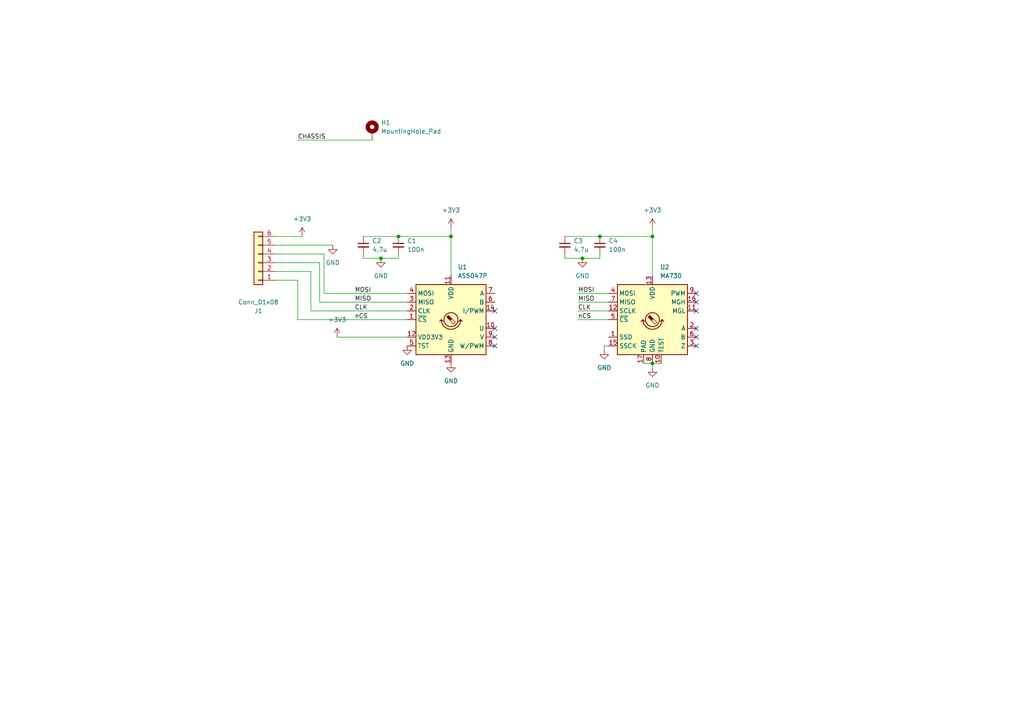
<source format=kicad_sch>
(kicad_sch (version 20230121) (generator eeschema)
  (paper "A4")
  (lib_symbols
    (symbol "Connector_Generic:Conn_01x06" (pin_names (offset 1.016) hide)
      (property "Reference" "J" (at 0 7.62 0))
      (property "Value" "Conn_01x06" (at 0 -10.16 0))
      (symbol "Conn_01x06_1_1"
        (rectangle (start -1.27 -7.493) (end 0 -7.747) (stroke (width 0.1524)))
        (rectangle (start -1.27 -4.953) (end 0 -5.207) (stroke (width 0.1524)))
        (rectangle (start -1.27 -2.413) (end 0 -2.667) (stroke (width 0.1524)))
        (rectangle (start -1.27 0.127) (end 0 -0.127) (stroke (width 0.1524)))
        (rectangle (start -1.27 2.667) (end 0 2.413) (stroke (width 0.1524)))
        (rectangle (start -1.27 5.207) (end 0 4.953) (stroke (width 0.1524)))
        (rectangle (start -1.27 6.35) (end 1.27 -8.89) (stroke (width 0.254)) (fill (type background)))
        (pin passive line (at -5.08 5.08 0) (length 3.81) (name "Pin_1") (number "1"))
        (pin passive line (at -5.08 2.54 0) (length 3.81) (name "Pin_2") (number "2"))
        (pin passive line (at -5.08 0 0) (length 3.81) (name "Pin_3") (number "3"))
        (pin passive line (at -5.08 -2.54 0) (length 3.81) (name "Pin_4") (number "4"))
        (pin passive line (at -5.08 -5.08 0) (length 3.81) (name "Pin_5") (number "5"))
        (pin passive line (at -5.08 -7.62 0) (length 3.81) (name "Pin_6") (number "6"))
      )
    )
    (symbol "Device:C_Small" (pin_numbers hide) (pin_names (offset 0.254) hide)
      (property "Reference" "C" (at 0.254 1.778 0))
      (property "Value" "C_Small" (at 0.254 -2.032 0))
      (symbol "C_Small_0_1"
        (polyline (pts (xy -1.524 -0.508) (xy 1.524 -0.508)) (stroke (width 0.3302)))
        (polyline (pts (xy -1.524 0.508) (xy 1.524 0.508)) (stroke (width 0.3048)))
      )
      (symbol "C_Small_1_1"
        (pin passive line (at 0 2.54 270) (length 2.032) (name "~") (number "1"))
        (pin passive line (at 0 -2.54 90) (length 2.032) (name "~") (number "2"))
      )
    )
    (symbol "Mechanical:MountingHole_Pad" (pin_numbers hide) (pin_names (offset 1.016) hide)
      (property "Reference" "H" (at 0 6.35 0))
      (property "Value" "MountingHole_Pad" (at 0 4.445 0))
      (symbol "MountingHole_Pad_0_1"
        (circle (center 0 1.27) (radius 1.27) (stroke (width 1.27)))
      )
      (symbol "MountingHole_Pad_1_1"
        (pin input line (at 0 -2.54 90) (length 2.54) (name "1") (number "1"))
      )
    )
    (symbol "Sensor_Magnetic:AS5047D"
      (property "Reference" "U" (at -8.89 11.43 0))
      (property "Value" "AS5047D" (at 5.08 11.43 0))
      (symbol "AS5047D_1_1"
        (rectangle (start -10.16 10.16) (end 10.16 -10.16) (stroke (width 0.254)) (fill (type background)))
        (arc (start -2.794 0) (mid 0 -2.7819) (end 2.794 0) (stroke (width 0.254)))
        (polyline (pts (xy -2.794 0) (xy -3.302 -0.508)) (stroke (width 0.254)))
        (polyline (pts (xy -2.794 0) (xy -2.286 -0.508)) (stroke (width 0.254)))
        (polyline (pts (xy 2.794 0) (xy 2.286 -0.508)) (stroke (width 0.254)))
        (polyline (pts (xy 2.794 0) (xy 3.302 -0.508)) (stroke (width 0.254)))
        (polyline (pts (xy 0.254 0.254) (xy 1.27 -0.762) (xy 0.762 -1.27) (xy -0.254 -0.254)))
        (polyline (pts (xy -0.762 1.27) (xy 0.254 0.254) (xy -0.254 -0.254) (xy -1.27 0.762) (xy -1.016 1.016) (xy -0.762 1.27) (xy -0.635 1.143)) (fill (type outline)))
        (circle (center 0 0) (radius 2.032) (stroke (width 0.254)))
        (pin input line (at -12.7 0 0) (length 2.54) (name "~{CS}") (number "1"))
        (pin output line (at 12.7 -2.54 180) (length 2.54) (name "U") (number "10"))
        (pin power_in line (at 0 12.7 270) (length 2.54) (name "VDD") (number "11"))
        (pin power_out line (at -12.7 -5.08 0) (length 2.54) (name "VDD3V3") (number "12"))
        (pin power_in line (at 0 -12.7 90) (length 2.54) (name "GND") (number "13"))
        (pin output line (at 12.7 2.54 180) (length 2.54) (name "I/PWM") (number "14"))
        (pin input line (at -12.7 2.54 0) (length 2.54) (name "CLK") (number "2"))
        (pin output line (at -12.7 5.08 0) (length 2.54) (name "MISO") (number "3"))
        (pin input line (at -12.7 7.62 0) (length 2.54) (name "MOSI") (number "4"))
        (pin input line (at -12.7 -7.62 0) (length 2.54) (name "TST") (number "5"))
        (pin output line (at 12.7 5.08 180) (length 2.54) (name "B") (number "6"))
        (pin output line (at 12.7 7.62 180) (length 2.54) (name "A") (number "7"))
        (pin output line (at 12.7 -7.62 180) (length 2.54) (name "W/PWM") (number "8"))
        (pin output line (at 12.7 -5.08 180) (length 2.54) (name "V") (number "9"))
      )
    )
    (symbol "Sensor_Magnetic:MA730"
      (property "Reference" "U" (at -10.16 11.43 0))
      (property "Value" "MA730" (at 10.16 11.43 0))
      (symbol "MA730_0_1"
        (rectangle (start -10.16 10.16) (end 10.16 -10.16) (stroke (width 0.254)) (fill (type background)))
        (arc (start -2.794 0) (mid 0 -2.7819) (end 2.794 0) (stroke (width 0.254)))
        (polyline (pts (xy -2.794 0) (xy -3.302 -0.508)) (stroke (width 0.254)))
        (polyline (pts (xy -2.794 0) (xy -2.286 -0.508)) (stroke (width 0.254)))
        (polyline (pts (xy 2.794 0) (xy 2.286 -0.508)) (stroke (width 0.254)))
        (polyline (pts (xy 2.794 0) (xy 3.302 -0.508)) (stroke (width 0.254)))
      )
      (symbol "MA730_1_1"
        (polyline (pts (xy 0.254 0.254) (xy 1.27 -0.762) (xy 0.762 -1.27) (xy -0.254 -0.254)))
        (polyline (pts (xy -0.762 1.27) (xy 0.254 0.254) (xy -0.254 -0.254) (xy -1.27 0.762) (xy -1.016 1.016) (xy -0.762 1.27) (xy -0.635 1.143)) (fill (type outline)))
        (circle (center 0 0) (radius 2.032) (stroke (width 0.254)))
        (pin output line (at -12.7 -5.08 0) (length 2.54) (name "SSD") (number "1"))
        (pin passive line (at 2.54 -12.7 90) (length 2.54) (name "TEST") (number "10"))
        (pin output line (at 12.7 2.54 180) (length 2.54) (name "MGL") (number "11"))
        (pin input line (at -12.7 2.54 0) (length 2.54) (name "SCLK") (number "12"))
        (pin power_in line (at 0 12.7 270) (length 2.54) (name "VDD") (number "13"))
        (pin no_connect line (at 5.08 -10.16 90) (length 2.54) hide (name "NC") (number "14"))
        (pin input line (at -12.7 -7.62 0) (length 2.54) (name "SSCK") (number "15"))
        (pin output line (at 12.7 5.08 180) (length 2.54) (name "MGH") (number "16"))
        (pin input line (at -2.54 -12.7 90) (length 2.54) (name "PAD") (number "17"))
        (pin output line (at 12.7 -2.54 180) (length 2.54) (name "A") (number "2"))
        (pin output line (at 12.7 -7.62 180) (length 2.54) (name "Z") (number "3"))
        (pin input line (at -12.7 7.62 0) (length 2.54) (name "MOSI") (number "4"))
        (pin input line (at -12.7 0 0) (length 2.54) (name "~{CS}") (number "5"))
        (pin output line (at 12.7 -5.08 180) (length 2.54) (name "B") (number "6"))
        (pin output line (at -12.7 5.08 0) (length 2.54) (name "MISO") (number "7"))
        (pin power_in line (at 0 -12.7 90) (length 2.54) (name "GND") (number "8"))
        (pin output line (at 12.7 7.62 180) (length 2.54) (name "PWM") (number "9"))
      )
    )
    (symbol "power:+3V3" (power) (pin_names (offset 0))
      (property "Value" "+3V3" (at 0 3.556 0))
      (symbol "+3V3_0_1"
        (polyline (pts (xy -0.762 1.27) (xy 0 2.54)))
        (polyline (pts (xy 0 0) (xy 0 2.54)))
        (polyline (pts (xy 0 2.54) (xy 0.762 1.27)))
      )
      (symbol "+3V3_1_1"
        (pin power_in line (at 0 0 90) (length 0) hide (name "+3V3") (number "1"))
      )
    )
    (symbol "power:GND" (power) (pin_names (offset 0))
      (property "Value" "GND" (at 0 -3.81 0))
      (symbol "GND_0_1"
        (polyline (pts (xy 0 0) (xy 0 -1.27) (xy 1.27 -1.27) (xy 0 -2.54) (xy -1.27 -1.27) (xy 0 -1.27)))
      )
      (symbol "GND_1_1"
        (pin power_in line (at 0 0 270) (length 0) hide (name "GND") (number "1"))
      )
    )
  )
  (junction (at 115.57 68.58))
  (junction (at 168.91 74.93))
  (junction (at 189.23 68.58))
  (junction (at 130.81 68.58))
  (junction (at 189.23 105.41))
  (junction (at 110.49 74.93))
  (junction (at 173.99 68.58))
  (no_connect (at 143.51 90.17))
  (no_connect (at 201.93 90.17))
  (no_connect (at 201.93 100.33))
  (no_connect (at 201.93 97.79))
  (no_connect (at 201.93 95.25))
  (no_connect (at 201.93 87.63))
  (no_connect (at 201.93 85.09))
  (no_connect (at 143.51 97.79))
  (no_connect (at 143.51 100.33))
  (no_connect (at 143.51 95.25))
  (wire (pts (xy 163.83 68.58) (xy 173.99 68.58)))
  (wire (pts (xy 130.81 68.58) (xy 130.81 80.01)))
  (wire (pts (xy 80.01 71.12) (xy 96.52 71.12)))
  (wire (pts (xy 90.17 78.74) (xy 80.01 78.74)))
  (wire (pts (xy 175.26 100.33) (xy 176.53 100.33)))
  (wire (pts (xy 92.71 76.2) (xy 80.01 76.2)))
  (wire (pts (xy 186.69 105.41) (xy 189.23 105.41)))
  (wire (pts (xy 105.41 74.93) (xy 110.49 74.93)))
  (wire (pts (xy 173.99 68.58) (xy 189.23 68.58)))
  (wire (pts (xy 86.36 81.28) (xy 80.01 81.28)))
  (wire (pts (xy 163.83 74.93) (xy 168.91 74.93)))
  (wire (pts (xy 115.57 74.93) (xy 115.57 73.66)))
  (wire (pts (xy 118.11 92.71) (xy 86.36 92.71)))
  (wire (pts (xy 167.64 92.71) (xy 176.53 92.71)))
  (wire (pts (xy 118.11 87.63) (xy 92.71 87.63)))
  (wire (pts (xy 80.01 73.66) (xy 93.98 73.66)))
  (wire (pts (xy 167.64 87.63) (xy 176.53 87.63)))
  (wire (pts (xy 167.64 90.17) (xy 176.53 90.17)))
  (wire (pts (xy 189.23 105.41) (xy 191.77 105.41)))
  (wire (pts (xy 93.98 85.09) (xy 118.11 85.09)))
  (wire (pts (xy 86.36 92.71) (xy 86.36 81.28)))
  (wire (pts (xy 93.98 73.66) (xy 93.98 85.09)))
  (wire (pts (xy 130.81 66.04) (xy 130.81 68.58)))
  (wire (pts (xy 118.11 90.17) (xy 90.17 90.17)))
  (wire (pts (xy 167.64 85.09) (xy 176.53 85.09)))
  (wire (pts (xy 168.91 74.93) (xy 173.99 74.93)))
  (wire (pts (xy 189.23 66.04) (xy 189.23 68.58)))
  (wire (pts (xy 86.36 40.64) (xy 107.95 40.64)))
  (wire (pts (xy 97.79 97.79) (xy 118.11 97.79)))
  (wire (pts (xy 105.41 68.58) (xy 115.57 68.58)))
  (wire (pts (xy 189.23 68.58) (xy 189.23 80.01)))
  (wire (pts (xy 163.83 73.66) (xy 163.83 74.93)))
  (wire (pts (xy 80.01 68.58) (xy 87.63 68.58)))
  (wire (pts (xy 110.49 74.93) (xy 115.57 74.93)))
  (wire (pts (xy 90.17 90.17) (xy 90.17 78.74)))
  (wire (pts (xy 115.57 68.58) (xy 130.81 68.58)))
  (wire (pts (xy 189.23 105.41) (xy 189.23 106.68)))
  (wire (pts (xy 175.26 101.6) (xy 175.26 100.33)))
  (wire (pts (xy 105.41 73.66) (xy 105.41 74.93)))
  (wire (pts (xy 92.71 87.63) (xy 92.71 76.2)))
  (wire (pts (xy 173.99 74.93) (xy 173.99 73.66)))
  (label "CHASSIS" (at 86.36 40.64 0))
  (label "nCS" (at 167.64 92.71 0))
  (label "CLK" (at 102.87 90.17 0))
  (label "CLK" (at 167.64 90.17 0))
  (label "MISO" (at 167.64 87.63 0))
  (label "nCS" (at 102.87 92.71 0))
  (label "MOSI" (at 167.64 85.09 0))
  (label "MOSI" (at 102.87 85.09 0))
  (label "MISO" (at 102.87 87.63 0))
  (symbol (lib_id "Device:C_Small") (at 173.99 71.12 0) (unit 1)
    (property "Reference" "C4" (at 176.53 69.8563 0) (effects (justify left)))
    (property "Value" "100n" (at 176.53 72.3963 0) (effects (justify left)))
    (property "Footprint" "Capacitor_SMD:C_0603_1608Metric" (effects hide))
  )
  (symbol (lib_id "power:GND") (at 168.91 74.93 0) (unit 1)
    (property "Reference" "#PWR03" (effects hide))
    (property "Value" "GND" (at 168.91 80.01 0))
  )
  (symbol (lib_id "power:GND") (at 189.23 106.68 0) (unit 1)
    (property "Reference" "#PWR010" (effects hide))
    (property "Value" "GND" (at 189.23 111.76 0))
  )
  (symbol (lib_id "power:+3V3") (at 97.79 97.79 0) (unit 1)
    (property "Reference" "#PWR05" (effects hide))
    (property "Value" "+3V3" (at 97.79 92.71 0))
  )
  (symbol (lib_id "Connector_Generic:Conn_01x06") (at 74.93 76.2 180) (unit 1)
    (property "Reference" "J1" (at 74.93 90.17 0))
    (property "Value" "Conn_01x08" (at 74.93 87.63 0))
    (property "Footprint" "Connector_PinHeader_2.54mm:PinHeader_1x06_P2.54mm_Horizontal" (effects hide))
  )
  (symbol (lib_id "Sensor_Magnetic:MA730") (at 189.23 92.71 0) (unit 1)
    (property "Reference" "U2" (at 191.4241 77.47 0) (effects (justify left)))
    (property "Value" "MA730" (at 191.4241 80.01 0) (effects (justify left)))
    (property "Footprint" "Package_DFN_QFN:QFN-16-1EP_3x3mm_P0.5mm_EP1.75x1.75mm" (effects hide))
    (property "Datasheet" "https://www.monolithicpower.com/pub/media/document/m/a/ma730_r1.01.pdf" (effects hide))
  )
  (symbol (lib_id "power:GND") (at 175.26 101.6 0) (unit 1)
    (property "Reference" "#PWR09" (effects hide))
    (property "Value" "GND" (at 175.26 106.68 0))
  )
  (symbol (lib_id "Mechanical:MountingHole_Pad") (at 107.95 38.1 0) (unit 1)
    (property "Reference" "H1" (at 110.49 35.5599 0) (effects (justify left)))
    (property "Value" "MountingHole_Pad" (at 110.49 38.0999 0) (effects (justify left)))
    (property "Footprint" "rev-7-footprints:board-def-rev7.3" (effects hide))
  )
  (symbol (lib_id "Sensor_Magnetic:AS5047D") (at 130.81 92.71 0) (unit 1)
    (property "Reference" "U1" (at 132.7659 77.47 0) (effects (justify left)))
    (property "Value" "AS5047P" (at 132.7659 80.01 0) (effects (justify left)))
    (property "Footprint" "Package_SO:TSSOP-14_4.4x5mm_P0.65mm" (effects hide))
    (property "Datasheet" "https://ams.com/documents/20143/36005/AS5047D_DS000394_2-00.pdf" (effects hide))
  )
  (symbol (lib_id "Device:C_Small") (at 163.83 71.12 0) (unit 1)
    (property "Reference" "C3" (at 166.37 69.8563 0) (effects (justify left)))
    (property "Value" "4.7u" (at 166.37 72.3963 0) (effects (justify left)))
    (property "Footprint" "Capacitor_SMD:C_0603_1608Metric" (effects hide))
  )
  (symbol (lib_id "power:GND") (at 110.49 74.93 0) (unit 1)
    (property "Reference" "#PWR04" (effects hide))
    (property "Value" "GND" (at 110.49 80.01 0))
  )
  (symbol (lib_id "power:GND") (at 96.52 71.12 0) (unit 1)
    (property "Reference" "#PWR07" (effects hide))
    (property "Value" "GND" (at 96.52 76.2 0))
  )
  (symbol (lib_id "power:GND") (at 118.11 100.33 0) (unit 1)
    (property "Reference" "#PWR08" (effects hide))
    (property "Value" "GND" (at 118.11 105.41 0))
  )
  (symbol (lib_id "power:GND") (at 130.81 105.41 0) (unit 1)
    (property "Reference" "#PWR01" (effects hide))
    (property "Value" "GND" (at 130.81 110.49 0))
  )
  (symbol (lib_id "power:+3V3") (at 130.81 66.04 0) (unit 1)
    (property "Reference" "#PWR02" (effects hide))
    (property "Value" "+3V3" (at 130.81 60.96 0))
  )
  (symbol (lib_id "Device:C_Small") (at 105.41 71.12 0) (unit 1)
    (property "Reference" "C2" (at 107.95 69.8563 0) (effects (justify left)))
    (property "Value" "4.7u" (at 107.95 72.3963 0) (effects (justify left)))
    (property "Footprint" "Capacitor_SMD:C_0603_1608Metric" (effects hide))
  )
  (symbol (lib_id "Device:C_Small") (at 115.57 71.12 0) (unit 1)
    (property "Reference" "C1" (at 118.11 69.8563 0) (effects (justify left)))
    (property "Value" "100n" (at 118.11 72.3963 0) (effects (justify left)))
    (property "Footprint" "Capacitor_SMD:C_0603_1608Metric" (effects hide))
  )
  (symbol (lib_id "power:+3V3") (at 87.63 68.58 0) (unit 1)
    (property "Reference" "#PWR06" (effects hide))
    (property "Value" "+3V3" (at 87.63 63.5 0))
  )
  (symbol (lib_id "power:+3V3") (at 189.23 66.04 0) (unit 1)
    (property "Reference" "#PWR011" (effects hide))
    (property "Value" "+3V3" (at 189.23 60.96 0))
  )
)
</source>
